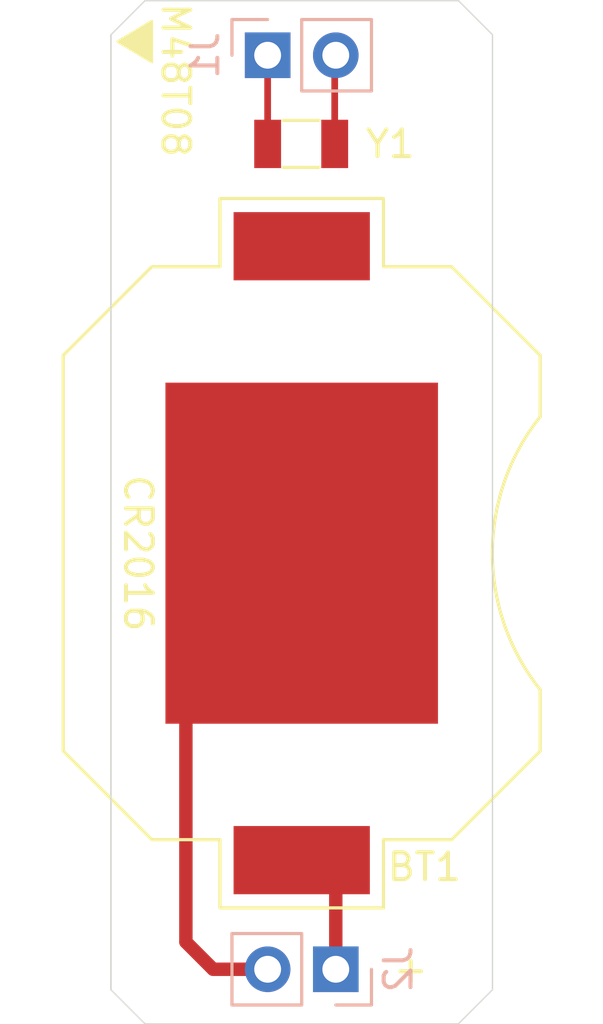
<source format=kicad_pcb>
(kicad_pcb (version 20171130) (host pcbnew 5.1.9)

  (general
    (thickness 1.6)
    (drawings 12)
    (tracks 7)
    (zones 0)
    (modules 4)
    (nets 5)
  )

  (page A4)
  (title_block
    (title "M48T08 Battery Fix")
    (date 2021-04-23)
    (rev v02)
    (company "Malte Dehling")
  )

  (layers
    (0 F.Cu signal)
    (31 B.Cu signal)
    (32 B.Adhes user)
    (33 F.Adhes user)
    (34 B.Paste user)
    (35 F.Paste user)
    (36 B.SilkS user)
    (37 F.SilkS user)
    (38 B.Mask user)
    (39 F.Mask user)
    (40 Dwgs.User user)
    (41 Cmts.User user)
    (42 Eco1.User user)
    (43 Eco2.User user)
    (44 Edge.Cuts user)
    (45 Margin user)
    (46 B.CrtYd user)
    (47 F.CrtYd user)
    (48 B.Fab user)
    (49 F.Fab user)
  )

  (setup
    (last_trace_width 0.25)
    (user_trace_width 0.5)
    (user_trace_width 0.75)
    (user_trace_width 1)
    (trace_clearance 0.2)
    (zone_clearance 0.508)
    (zone_45_only no)
    (trace_min 0.2)
    (via_size 0.8)
    (via_drill 0.4)
    (via_min_size 0.4)
    (via_min_drill 0.3)
    (uvia_size 0.3)
    (uvia_drill 0.1)
    (uvias_allowed no)
    (uvia_min_size 0.2)
    (uvia_min_drill 0.1)
    (edge_width 0.05)
    (segment_width 0.2)
    (pcb_text_width 0.3)
    (pcb_text_size 1.5 1.5)
    (mod_edge_width 0.12)
    (mod_text_size 1 1)
    (mod_text_width 0.15)
    (pad_size 1.524 1.524)
    (pad_drill 0.762)
    (pad_to_mask_clearance 0)
    (aux_axis_origin 0 0)
    (visible_elements FFFFFF7F)
    (pcbplotparams
      (layerselection 0x010fc_ffffffff)
      (usegerberextensions false)
      (usegerberattributes true)
      (usegerberadvancedattributes true)
      (creategerberjobfile true)
      (excludeedgelayer true)
      (linewidth 0.100000)
      (plotframeref false)
      (viasonmask false)
      (mode 1)
      (useauxorigin false)
      (hpglpennumber 1)
      (hpglpenspeed 20)
      (hpglpendiameter 15.000000)
      (psnegative false)
      (psa4output false)
      (plotreference true)
      (plotvalue true)
      (plotinvisibletext false)
      (padsonsilk false)
      (subtractmaskfromsilk false)
      (outputformat 1)
      (mirror false)
      (drillshape 0)
      (scaleselection 1)
      (outputdirectory ""))
  )

  (net 0 "")
  (net 1 "Net-(BT1-Pad1)")
  (net 2 "Net-(BT1-Pad2)")
  (net 3 "Net-(J1-Pad2)")
  (net 4 "Net-(J1-Pad1)")

  (net_class Default "This is the default net class."
    (clearance 0.2)
    (trace_width 0.25)
    (via_dia 0.8)
    (via_drill 0.4)
    (uvia_dia 0.3)
    (uvia_drill 0.1)
    (add_net "Net-(BT1-Pad1)")
    (add_net "Net-(BT1-Pad2)")
    (add_net "Net-(J1-Pad1)")
    (add_net "Net-(J1-Pad2)")
  )

  (module m48txx-battery-fix:BAT-HLD-002-SMT-OTL (layer F.Cu) (tedit 602BFE3F) (tstamp 602C757F)
    (at 152.4 96.774 90)
    (path /602A9BE8)
    (fp_text reference BT1 (at -11.684 4.572 180) (layer F.SilkS)
      (effects (font (size 1 1) (thickness 0.15)))
    )
    (fp_text value CR2016 (at 0 -6.096 270 unlocked) (layer F.Fab)
      (effects (font (size 1 1) (thickness 0.15)))
    )
    (fp_line (start -10.668 5.588) (end -7.366 8.89) (layer F.SilkS) (width 0.12))
    (fp_line (start 10.668 5.588) (end 7.366 8.89) (layer F.SilkS) (width 0.12))
    (fp_line (start 10.414 5.334) (end 7.112 8.636) (layer F.CrtYd) (width 0.12))
    (fp_line (start -7.112 8.636) (end -10.414 5.334) (layer F.CrtYd) (width 0.12))
    (fp_line (start 10.668 3.048) (end 10.668 5.588) (layer F.SilkS) (width 0.12))
    (fp_line (start 13.208 3.048) (end 10.668 3.048) (layer F.SilkS) (width 0.12))
    (fp_line (start 13.208 -3.048) (end 13.208 3.048) (layer F.SilkS) (width 0.12))
    (fp_line (start 10.668 -3.048) (end 13.208 -3.048) (layer F.SilkS) (width 0.12))
    (fp_line (start 10.668 -5.588) (end 10.668 -3.048) (layer F.SilkS) (width 0.12))
    (fp_line (start 7.366 -8.89) (end 10.668 -5.588) (layer F.SilkS) (width 0.12))
    (fp_line (start -7.366 -8.89) (end 7.366 -8.89) (layer F.SilkS) (width 0.12))
    (fp_line (start -10.668 -5.588) (end -7.366 -8.89) (layer F.SilkS) (width 0.12))
    (fp_line (start -10.668 -3.048) (end -10.668 -5.588) (layer F.SilkS) (width 0.12))
    (fp_line (start -13.208 -3.048) (end -10.668 -3.048) (layer F.SilkS) (width 0.12))
    (fp_line (start -13.208 3.048) (end -13.208 -3.048) (layer F.SilkS) (width 0.12))
    (fp_line (start -10.668 3.048) (end -13.208 3.048) (layer F.SilkS) (width 0.12))
    (fp_line (start -10.668 5.588) (end -10.668 3.048) (layer F.SilkS) (width 0.12))
    (fp_line (start 10.414 2.794) (end 10.414 5.334) (layer F.CrtYd) (width 0.12))
    (fp_line (start -10.414 2.794) (end -10.414 5.334) (layer F.CrtYd) (width 0.12))
    (fp_line (start 10.414 -5.334) (end 7.112 -8.636) (layer F.CrtYd) (width 0.12))
    (fp_line (start 10.414 -2.794) (end 10.414 -5.334) (layer F.CrtYd) (width 0.12))
    (fp_line (start -10.414 -5.334) (end -7.112 -8.636) (layer F.CrtYd) (width 0.12))
    (fp_line (start -10.414 -2.794) (end -10.414 -5.334) (layer F.CrtYd) (width 0.12))
    (fp_circle (center 0 0) (end 10 0) (layer Dwgs.User) (width 0.127))
    (fp_line (start 10.414 -2.794) (end 12.954 -2.794) (layer F.CrtYd) (width 0.12))
    (fp_line (start 12.954 -2.794) (end 12.954 2.794) (layer F.CrtYd) (width 0.12))
    (fp_line (start 12.954 2.794) (end 10.414 2.794) (layer F.CrtYd) (width 0.12))
    (fp_line (start -10.414 -2.794) (end -12.954 -2.794) (layer F.CrtYd) (width 0.12))
    (fp_line (start -12.954 -2.794) (end -12.954 2.794) (layer F.CrtYd) (width 0.12))
    (fp_line (start -12.954 2.794) (end -10.414 2.794) (layer F.CrtYd) (width 0.12))
    (fp_line (start -7.366 8.89) (end -5.08 8.89) (layer F.SilkS) (width 0.12))
    (fp_line (start 7.366 8.89) (end 5.08 8.89) (layer F.SilkS) (width 0.12))
    (fp_arc (start 0 15.24) (end 5.079999 8.890001) (angle -77.31961651) (layer F.SilkS) (width 0.12))
    (fp_arc (start 0 0) (end 7.111999 -8.635999) (angle -78.9449197) (layer F.CrtYd) (width 0.12))
    (fp_arc (start 0 0) (end -7.111999 8.635999) (angle -78.9449197) (layer F.CrtYd) (width 0.12))
    (pad 1 smd rect (at -12.7 0 90) (size 2.54 5.08) (drill (offset 1.27 0)) (layers F.Cu F.Paste F.Mask)
      (net 1 "Net-(BT1-Pad1)"))
    (pad 1 smd rect (at 12.7 0 90) (size 2.54 5.08) (drill (offset -1.27 0)) (layers F.Cu F.Paste F.Mask)
      (net 1 "Net-(BT1-Pad1)"))
    (pad 2 smd rect (at 0 0 90) (size 12.7 10.16) (layers F.Cu F.Mask)
      (net 2 "Net-(BT1-Pad2)"))
  )

  (module Connector_PinHeader_2.54mm:PinHeader_1x02_P2.54mm_Vertical (layer B.Cu) (tedit 59FED5CC) (tstamp 602C7420)
    (at 151.13 78.232 270)
    (descr "Through hole straight pin header, 1x02, 2.54mm pitch, single row")
    (tags "Through hole pin header THT 1x02 2.54mm single row")
    (path /602BC877)
    (fp_text reference J1 (at 0 2.33 270) (layer B.SilkS)
      (effects (font (size 1 1) (thickness 0.15)) (justify mirror))
    )
    (fp_text value OSC (at 0 -4.87 270) (layer B.Fab)
      (effects (font (size 1 1) (thickness 0.15)) (justify mirror))
    )
    (fp_line (start 1.8 1.8) (end -1.8 1.8) (layer B.CrtYd) (width 0.05))
    (fp_line (start 1.8 -4.35) (end 1.8 1.8) (layer B.CrtYd) (width 0.05))
    (fp_line (start -1.8 -4.35) (end 1.8 -4.35) (layer B.CrtYd) (width 0.05))
    (fp_line (start -1.8 1.8) (end -1.8 -4.35) (layer B.CrtYd) (width 0.05))
    (fp_line (start -1.33 1.33) (end 0 1.33) (layer B.SilkS) (width 0.12))
    (fp_line (start -1.33 0) (end -1.33 1.33) (layer B.SilkS) (width 0.12))
    (fp_line (start -1.33 -1.27) (end 1.33 -1.27) (layer B.SilkS) (width 0.12))
    (fp_line (start 1.33 -1.27) (end 1.33 -3.87) (layer B.SilkS) (width 0.12))
    (fp_line (start -1.33 -1.27) (end -1.33 -3.87) (layer B.SilkS) (width 0.12))
    (fp_line (start -1.33 -3.87) (end 1.33 -3.87) (layer B.SilkS) (width 0.12))
    (fp_line (start -1.27 0.635) (end -0.635 1.27) (layer B.Fab) (width 0.1))
    (fp_line (start -1.27 -3.81) (end -1.27 0.635) (layer B.Fab) (width 0.1))
    (fp_line (start 1.27 -3.81) (end -1.27 -3.81) (layer B.Fab) (width 0.1))
    (fp_line (start 1.27 1.27) (end 1.27 -3.81) (layer B.Fab) (width 0.1))
    (fp_line (start -0.635 1.27) (end 1.27 1.27) (layer B.Fab) (width 0.1))
    (fp_text user %R (at 0 -1.27) (layer B.Fab)
      (effects (font (size 1 1) (thickness 0.15)) (justify mirror))
    )
    (pad 2 thru_hole oval (at 0 -2.54 270) (size 1.7 1.7) (drill 1) (layers *.Cu *.Mask)
      (net 3 "Net-(J1-Pad2)"))
    (pad 1 thru_hole rect (at 0 0 270) (size 1.7 1.7) (drill 1) (layers *.Cu *.Mask)
      (net 4 "Net-(J1-Pad1)"))
    (model ${KISYS3DMOD}/Connector_PinHeader_2.54mm.3dshapes/PinHeader_1x02_P2.54mm_Vertical.wrl
      (at (xyz 0 0 0))
      (scale (xyz 1 1 1))
      (rotate (xyz 0 0 0))
    )
  )

  (module Connector_PinHeader_2.54mm:PinHeader_1x02_P2.54mm_Vertical (layer B.Cu) (tedit 59FED5CC) (tstamp 602C7462)
    (at 153.67 112.268 90)
    (descr "Through hole straight pin header, 1x02, 2.54mm pitch, single row")
    (tags "Through hole pin header THT 1x02 2.54mm single row")
    (path /602BB762)
    (fp_text reference J2 (at 0 2.33 270) (layer B.SilkS)
      (effects (font (size 1 1) (thickness 0.15)) (justify mirror))
    )
    (fp_text value PWR (at 0 -4.87 270) (layer B.Fab)
      (effects (font (size 1 1) (thickness 0.15)) (justify mirror))
    )
    (fp_line (start -0.635 1.27) (end 1.27 1.27) (layer B.Fab) (width 0.1))
    (fp_line (start 1.27 1.27) (end 1.27 -3.81) (layer B.Fab) (width 0.1))
    (fp_line (start 1.27 -3.81) (end -1.27 -3.81) (layer B.Fab) (width 0.1))
    (fp_line (start -1.27 -3.81) (end -1.27 0.635) (layer B.Fab) (width 0.1))
    (fp_line (start -1.27 0.635) (end -0.635 1.27) (layer B.Fab) (width 0.1))
    (fp_line (start -1.33 -3.87) (end 1.33 -3.87) (layer B.SilkS) (width 0.12))
    (fp_line (start -1.33 -1.27) (end -1.33 -3.87) (layer B.SilkS) (width 0.12))
    (fp_line (start 1.33 -1.27) (end 1.33 -3.87) (layer B.SilkS) (width 0.12))
    (fp_line (start -1.33 -1.27) (end 1.33 -1.27) (layer B.SilkS) (width 0.12))
    (fp_line (start -1.33 0) (end -1.33 1.33) (layer B.SilkS) (width 0.12))
    (fp_line (start -1.33 1.33) (end 0 1.33) (layer B.SilkS) (width 0.12))
    (fp_line (start -1.8 1.8) (end -1.8 -4.35) (layer B.CrtYd) (width 0.05))
    (fp_line (start -1.8 -4.35) (end 1.8 -4.35) (layer B.CrtYd) (width 0.05))
    (fp_line (start 1.8 -4.35) (end 1.8 1.8) (layer B.CrtYd) (width 0.05))
    (fp_line (start 1.8 1.8) (end -1.8 1.8) (layer B.CrtYd) (width 0.05))
    (fp_text user %R (at 0 -1.27) (layer B.Fab)
      (effects (font (size 1 1) (thickness 0.15)) (justify mirror))
    )
    (pad 1 thru_hole rect (at 0 0 90) (size 1.7 1.7) (drill 1) (layers *.Cu *.Mask)
      (net 1 "Net-(BT1-Pad1)"))
    (pad 2 thru_hole oval (at 0 -2.54 90) (size 1.7 1.7) (drill 1) (layers *.Cu *.Mask)
      (net 2 "Net-(BT1-Pad2)"))
    (model ${KISYS3DMOD}/Connector_PinHeader_2.54mm.3dshapes/PinHeader_1x02_P2.54mm_Vertical.wrl
      (at (xyz 0 0 0))
      (scale (xyz 1 1 1))
      (rotate (xyz 0 0 0))
    )
  )

  (module Crystal:Crystal_SMD_3215-2Pin_3.2x1.5mm (layer F.Cu) (tedit 5A0FD1B2) (tstamp 602C75FA)
    (at 152.38 81.534 180)
    (descr "SMD Crystal FC-135 https://support.epson.biz/td/api/doc_check.php?dl=brief_FC-135R_en.pdf")
    (tags "SMD SMT Crystal")
    (path /602BD492)
    (attr smd)
    (fp_text reference Y1 (at -3.322 0) (layer F.SilkS)
      (effects (font (size 1 1) (thickness 0.15)))
    )
    (fp_text value 31.768kHz (at -0.02 -1.27) (layer F.Fab)
      (effects (font (size 1 1) (thickness 0.15)))
    )
    (fp_line (start -2 -1.15) (end 2 -1.15) (layer F.CrtYd) (width 0.05))
    (fp_line (start -1.6 -0.75) (end -1.6 0.75) (layer F.Fab) (width 0.1))
    (fp_line (start -0.675 0.875) (end 0.675 0.875) (layer F.SilkS) (width 0.12))
    (fp_line (start -0.675 -0.875) (end 0.675 -0.875) (layer F.SilkS) (width 0.12))
    (fp_line (start 1.6 -0.75) (end 1.6 0.75) (layer F.Fab) (width 0.1))
    (fp_line (start -1.6 -0.75) (end 1.6 -0.75) (layer F.Fab) (width 0.1))
    (fp_line (start -1.6 0.75) (end 1.6 0.75) (layer F.Fab) (width 0.1))
    (fp_line (start -2 1.15) (end 2 1.15) (layer F.CrtYd) (width 0.05))
    (fp_line (start -2 -1.15) (end -2 1.15) (layer F.CrtYd) (width 0.05))
    (fp_line (start 2 -1.15) (end 2 1.15) (layer F.CrtYd) (width 0.05))
    (fp_text user %R (at -3.322 0) (layer F.Fab)
      (effects (font (size 1 1) (thickness 0.15)))
    )
    (pad 1 smd rect (at 1.25 0 180) (size 1 1.8) (layers F.Cu F.Paste F.Mask)
      (net 4 "Net-(J1-Pad1)"))
    (pad 2 smd rect (at -1.25 0 180) (size 1 1.8) (layers F.Cu F.Paste F.Mask)
      (net 3 "Net-(J1-Pad2)"))
    (model ${KISYS3DMOD}/Crystal.3dshapes/Crystal_SMD_3215-2Pin_3.2x1.5mm.wrl
      (at (xyz 0 0 0))
      (scale (xyz 1 1 1))
      (rotate (xyz 0 0 0))
    )
  )

  (gr_line (start 145.288 113.03) (end 145.288 77.47) (layer Edge.Cuts) (width 0.05) (tstamp 6047D898))
  (gr_line (start 146.558 114.3) (end 145.288 113.03) (layer Edge.Cuts) (width 0.05))
  (gr_line (start 158.242 114.3) (end 146.558 114.3) (layer Edge.Cuts) (width 0.05))
  (gr_line (start 159.512 113.03) (end 158.242 114.3) (layer Edge.Cuts) (width 0.05))
  (gr_line (start 159.512 77.47) (end 159.512 113.03) (layer Edge.Cuts) (width 0.05))
  (gr_line (start 158.242 76.2) (end 159.512 77.47) (layer Edge.Cuts) (width 0.05))
  (gr_line (start 146.558 76.2) (end 158.242 76.2) (layer Edge.Cuts) (width 0.05))
  (gr_line (start 145.288 77.47) (end 146.558 76.2) (layer Edge.Cuts) (width 0.05))
  (gr_text CR2016 (at 146.304 96.774 270) (layer F.SilkS) (tstamp 608309FB)
    (effects (font (size 1 1) (thickness 0.15)))
  )
  (gr_text + (at 156.464 112.268) (layer F.SilkS)
    (effects (font (size 1 1) (thickness 0.15)))
  )
  (gr_text M48T08 (at 147.701 76.2 -90) (layer F.SilkS) (tstamp 608309A5)
    (effects (font (size 1 1) (thickness 0.15)) (justify left))
  )
  (gr_poly (pts (xy 146.812 78.486) (xy 145.542 77.724) (xy 146.812 76.962)) (layer F.SilkS) (width 0.1))

  (segment (start 153.67 112.268) (end 153.67 109.474) (width 0.5) (layer F.Cu) (net 1) (tstamp 602C7400))
  (segment (start 151.13 112.268) (end 149.098 112.268) (width 0.5) (layer F.Cu) (net 2) (tstamp 602C7376))
  (segment (start 149.098 112.268) (end 148.082 111.252) (width 0.5) (layer F.Cu) (net 2) (tstamp 602C737C))
  (segment (start 148.082 111.252) (end 148.082 101.092) (width 0.5) (layer F.Cu) (net 2) (tstamp 602C7403))
  (segment (start 153.63 78.272) (end 153.67 78.232) (width 0.25) (layer F.Cu) (net 3) (tstamp 602C73FA))
  (segment (start 153.63 81.534) (end 153.63 78.272) (width 0.25) (layer F.Cu) (net 3) (tstamp 602C7406))
  (segment (start 151.13 78.232) (end 151.13 81.534) (width 0.25) (layer F.Cu) (net 4) (tstamp 602C73FD))

)

</source>
